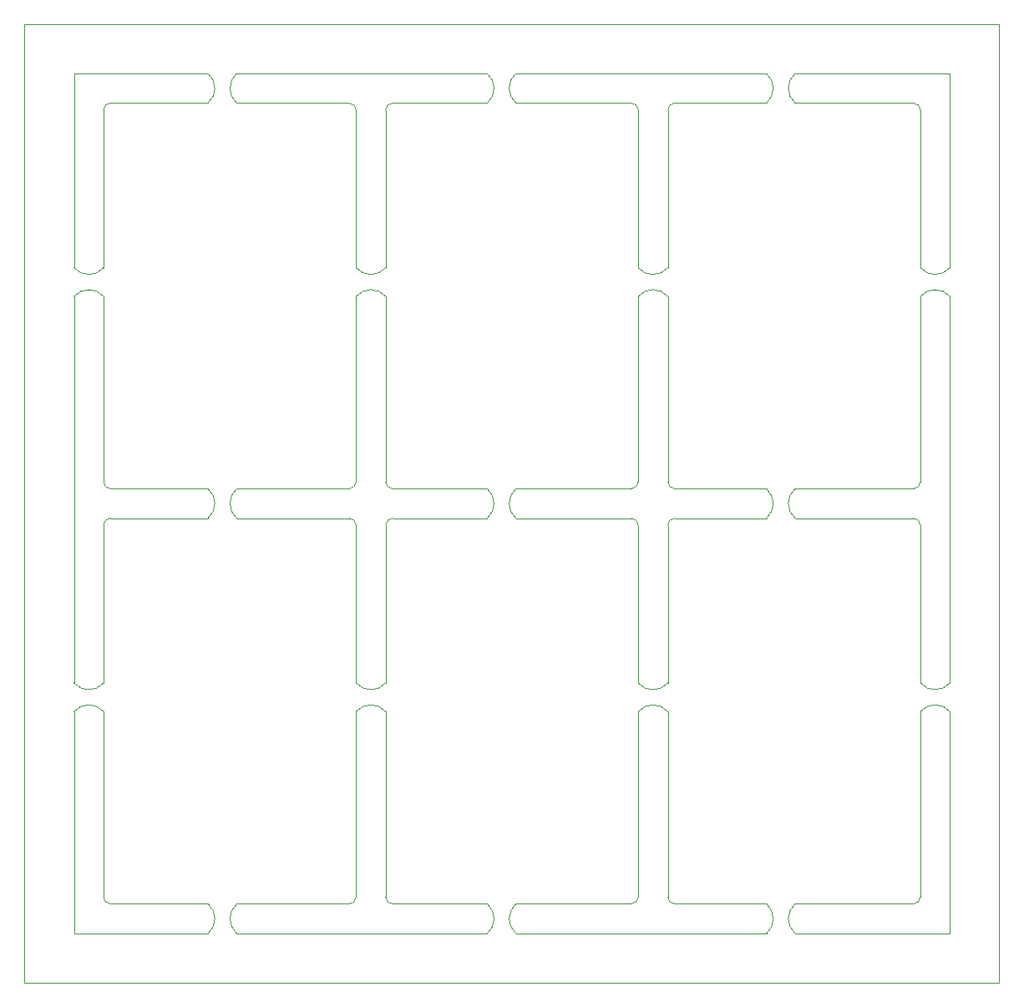
<source format=gbr>
%TF.GenerationSoftware,KiCad,Pcbnew,5.1.9-73d0e3b20d~88~ubuntu18.04.1*%
%TF.CreationDate,2021-11-28T02:45:39+02:00*%
%TF.ProjectId,ESP8266-Breakout-panel,45535038-3236-4362-9d42-7265616b6f75,rev?*%
%TF.SameCoordinates,Original*%
%TF.FileFunction,Profile,NP*%
%FSLAX46Y46*%
G04 Gerber Fmt 4.6, Leading zero omitted, Abs format (unit mm)*
G04 Created by KiCad (PCBNEW 5.1.9-73d0e3b20d~88~ubuntu18.04.1) date 2021-11-28 02:45:39*
%MOMM*%
%LPD*%
G01*
G04 APERTURE LIST*
%TA.AperFunction,Profile*%
%ADD10C,0.050000*%
%TD*%
G04 APERTURE END LIST*
D10*
X195699999Y-116300001D02*
X195700000Y-138800000D01*
X192700001Y-116300001D02*
X192700000Y-135100000D01*
X167099999Y-113399999D02*
X167100000Y-97400000D01*
X164100001Y-116300001D02*
X164100000Y-135100000D01*
X138499999Y-113399999D02*
X138500000Y-97400000D01*
X135500001Y-116300001D02*
X135500000Y-135100000D01*
X109899999Y-113399999D02*
X109900000Y-97400000D01*
X106900001Y-116300001D02*
X106900000Y-138800000D01*
X106900001Y-74200001D02*
X106900001Y-113399999D01*
X109899999Y-71299999D02*
X109900000Y-55300000D01*
X135500001Y-74200001D02*
X135500000Y-93000000D01*
X138499999Y-71299999D02*
X138500000Y-55300000D01*
X164100001Y-74200001D02*
X164100000Y-93000000D01*
X167099999Y-71299999D02*
X167100000Y-55300000D01*
X192700001Y-74200001D02*
X192700000Y-93000000D01*
X195699999Y-74200001D02*
X195699999Y-113399999D01*
X192700001Y-116300001D02*
G75*
G02*
X195699999Y-116300001I1499999J-1299999D01*
G01*
X164100001Y-116300001D02*
G75*
G02*
X167099999Y-116300001I1499999J-1299999D01*
G01*
X135500001Y-116300001D02*
G75*
G02*
X138499999Y-116300001I1499999J-1299999D01*
G01*
X106900001Y-116300001D02*
G75*
G02*
X109899999Y-116300001I1499999J-1299999D01*
G01*
X192700001Y-74200001D02*
G75*
G02*
X195699999Y-74200001I1499999J-1299999D01*
G01*
X164100001Y-74200001D02*
G75*
G02*
X167099999Y-74200001I1499999J-1299999D01*
G01*
X135500001Y-74200001D02*
G75*
G02*
X138499999Y-74200001I1499999J-1299999D01*
G01*
X195699999Y-113399999D02*
G75*
G02*
X192700001Y-113399999I-1499999J1299999D01*
G01*
X167099999Y-113399999D02*
G75*
G02*
X164100001Y-113399999I-1499999J1299999D01*
G01*
X138499999Y-113399999D02*
G75*
G02*
X135500001Y-113399999I-1499999J1299999D01*
G01*
X109899999Y-113399999D02*
G75*
G02*
X106900001Y-113399999I-1499999J1299999D01*
G01*
X195699999Y-71299999D02*
G75*
G02*
X192700001Y-71299999I-1499999J1299999D01*
G01*
X167099999Y-71299999D02*
G75*
G02*
X164100001Y-71299999I-1499999J1299999D01*
G01*
X138499999Y-71299999D02*
G75*
G02*
X135500001Y-71299999I-1499999J1299999D01*
G01*
X109899999Y-71299999D02*
G75*
G02*
X106900001Y-71299999I-1499999J1299999D01*
G01*
X106900001Y-74200001D02*
G75*
G02*
X109899999Y-74200001I1499999J-1299999D01*
G01*
X120499999Y-138799999D02*
X106900000Y-138800000D01*
X120499999Y-135800001D02*
X110600000Y-135800000D01*
X123400001Y-96699999D02*
X134800000Y-96700000D01*
X120499999Y-93700001D02*
X110600000Y-93700000D01*
X148799999Y-138799999D02*
X123400001Y-138799999D01*
X148799999Y-135800001D02*
X139200000Y-135800000D01*
X148799999Y-93700001D02*
X139200000Y-93700000D01*
X151700001Y-96699999D02*
X163400000Y-96700000D01*
X177099999Y-135800001D02*
X167800000Y-135800000D01*
X177099999Y-138799999D02*
X151700001Y-138799999D01*
X180000001Y-96699999D02*
X192000000Y-96700000D01*
X177099999Y-93700001D02*
X167800000Y-93700000D01*
X167800000Y-54600000D02*
X177099999Y-54599999D01*
X180000001Y-54599999D02*
X192000000Y-54600000D01*
X180000001Y-51600001D02*
X195700000Y-51600000D01*
X151700001Y-54599999D02*
X163400000Y-54600000D01*
X151700000Y-51600000D02*
X177099999Y-51600001D01*
X180000001Y-138799999D02*
G75*
G02*
X180000001Y-135800001I1299999J1499999D01*
G01*
X151700001Y-138799999D02*
G75*
G02*
X151700001Y-135800001I1299999J1499999D01*
G01*
X123400001Y-138799999D02*
G75*
G02*
X123400001Y-135800001I1299999J1499999D01*
G01*
X180000001Y-96699999D02*
G75*
G02*
X180000001Y-93700001I1299999J1499999D01*
G01*
X151700001Y-96699999D02*
G75*
G02*
X151700001Y-93700001I1299999J1499999D01*
G01*
X123400001Y-96699999D02*
G75*
G02*
X123400001Y-93700001I1299999J1499999D01*
G01*
X180000001Y-54599999D02*
G75*
G02*
X180000001Y-51600001I1299999J1499999D01*
G01*
X151700001Y-54599999D02*
G75*
G02*
X151700001Y-51600001I1299999J1499999D01*
G01*
X177099999Y-135800001D02*
G75*
G02*
X177099999Y-138799999I-1299999J-1499999D01*
G01*
X148799999Y-135800001D02*
G75*
G02*
X148799999Y-138799999I-1299999J-1499999D01*
G01*
X120499999Y-135800001D02*
G75*
G02*
X120499999Y-138799999I-1299999J-1499999D01*
G01*
X177099999Y-93700001D02*
G75*
G02*
X177099999Y-96699999I-1299999J-1499999D01*
G01*
X148799999Y-93700001D02*
G75*
G02*
X148799999Y-96699999I-1299999J-1499999D01*
G01*
X120499999Y-93700001D02*
G75*
G02*
X120499999Y-96699999I-1299999J-1499999D01*
G01*
X177099999Y-51600001D02*
G75*
G02*
X177099999Y-54599999I-1299999J-1499999D01*
G01*
X148799999Y-51600001D02*
G75*
G02*
X148799999Y-54599999I-1299999J-1499999D01*
G01*
X123400001Y-54599999D02*
X134800000Y-54600000D01*
X123400001Y-51600001D02*
X148799999Y-51600001D01*
X120499999Y-51600001D02*
G75*
G02*
X120499999Y-54599999I-1299999J-1499999D01*
G01*
X123400001Y-54599999D02*
G75*
G02*
X123400001Y-51600001I1299999J1499999D01*
G01*
X101900000Y-143800000D02*
X101900000Y-46600000D01*
X200700000Y-143800000D02*
X101900000Y-143800000D01*
X200700000Y-46600000D02*
X200700000Y-143800000D01*
X101900000Y-46600000D02*
X200700000Y-46600000D01*
X109900000Y-51600000D02*
X120499999Y-51600001D01*
X195700000Y-138800000D02*
X180000001Y-138799999D01*
X195700000Y-51600000D02*
X195699999Y-71299999D01*
X106900000Y-51600000D02*
X106900001Y-71299999D01*
X109900000Y-51600000D02*
X106900000Y-51600000D01*
X167100000Y-135100000D02*
X167099999Y-116300001D01*
X138500000Y-135100000D02*
X138499999Y-116300001D01*
X109900000Y-135100000D02*
X109899999Y-116300001D01*
X167100000Y-93000000D02*
X167099999Y-74200001D01*
X138500000Y-93000000D02*
X138499999Y-74200001D01*
X192000000Y-96700000D02*
G75*
G02*
X192700000Y-97400000I0J-700000D01*
G01*
X163400000Y-96700000D02*
G75*
G02*
X164100000Y-97400000I0J-700000D01*
G01*
X134800000Y-96700000D02*
G75*
G02*
X135500000Y-97400000I0J-700000D01*
G01*
X192000000Y-54600000D02*
G75*
G02*
X192700000Y-55300000I0J-700000D01*
G01*
X163400000Y-54600000D02*
G75*
G02*
X164100000Y-55300000I0J-700000D01*
G01*
X167100000Y-97400000D02*
G75*
G02*
X167800000Y-96700000I700000J0D01*
G01*
X138500000Y-97400000D02*
G75*
G02*
X139200000Y-96700000I700000J0D01*
G01*
X109900000Y-97400000D02*
G75*
G02*
X110600000Y-96700000I700000J0D01*
G01*
X167100000Y-55300000D02*
G75*
G02*
X167800000Y-54600000I700000J0D01*
G01*
X138500000Y-55300000D02*
G75*
G02*
X139200000Y-54600000I700000J0D01*
G01*
X167800000Y-96700000D02*
X177099999Y-96699999D01*
X139200000Y-96700000D02*
X148799999Y-96699999D01*
X110600000Y-96700000D02*
X120499999Y-96699999D01*
X139200000Y-54600000D02*
X148799999Y-54599999D01*
X192000000Y-135800000D02*
X180000001Y-135800001D01*
X163400000Y-135800000D02*
X151700001Y-135800001D01*
X134800000Y-135800000D02*
X123400001Y-135800001D01*
X192000000Y-93700000D02*
X180000001Y-93700001D01*
X163400000Y-93700000D02*
X151700001Y-93700001D01*
X192700000Y-135100000D02*
G75*
G02*
X192000000Y-135800000I-700000J0D01*
G01*
X164100000Y-135100000D02*
G75*
G02*
X163400000Y-135800000I-700000J0D01*
G01*
X135500000Y-135100000D02*
G75*
G02*
X134800000Y-135800000I-700000J0D01*
G01*
X192700000Y-93000000D02*
G75*
G02*
X192000000Y-93700000I-700000J0D01*
G01*
X164100000Y-93000000D02*
G75*
G02*
X163400000Y-93700000I-700000J0D01*
G01*
X167800000Y-135800000D02*
G75*
G02*
X167100000Y-135100000I0J700000D01*
G01*
X139200000Y-135800000D02*
G75*
G02*
X138500000Y-135100000I0J700000D01*
G01*
X110600000Y-135800000D02*
G75*
G02*
X109900000Y-135100000I0J700000D01*
G01*
X167800000Y-93700000D02*
G75*
G02*
X167100000Y-93000000I0J700000D01*
G01*
X139200000Y-93700000D02*
G75*
G02*
X138500000Y-93000000I0J700000D01*
G01*
X192700000Y-97400000D02*
X192700001Y-113399999D01*
X164100000Y-97400000D02*
X164100001Y-113399999D01*
X135500000Y-97400000D02*
X135500001Y-113399999D01*
X192700000Y-55300000D02*
X192700001Y-71299999D01*
X164100000Y-55300000D02*
X164100001Y-71299999D01*
X110600000Y-54600000D02*
X120499999Y-54599999D01*
X135500000Y-55300000D02*
X135500001Y-71299999D01*
X134800000Y-93700000D02*
X123400001Y-93700001D01*
X135500000Y-93000000D02*
G75*
G02*
X134800000Y-93700000I-700000J0D01*
G01*
X110600000Y-93700000D02*
G75*
G02*
X109900000Y-93000000I0J700000D01*
G01*
X109900000Y-55300000D02*
G75*
G02*
X110600000Y-54600000I700000J0D01*
G01*
X134800000Y-54600000D02*
G75*
G02*
X135500000Y-55300000I0J-700000D01*
G01*
X109900000Y-93000000D02*
X109899999Y-74200001D01*
M02*

</source>
